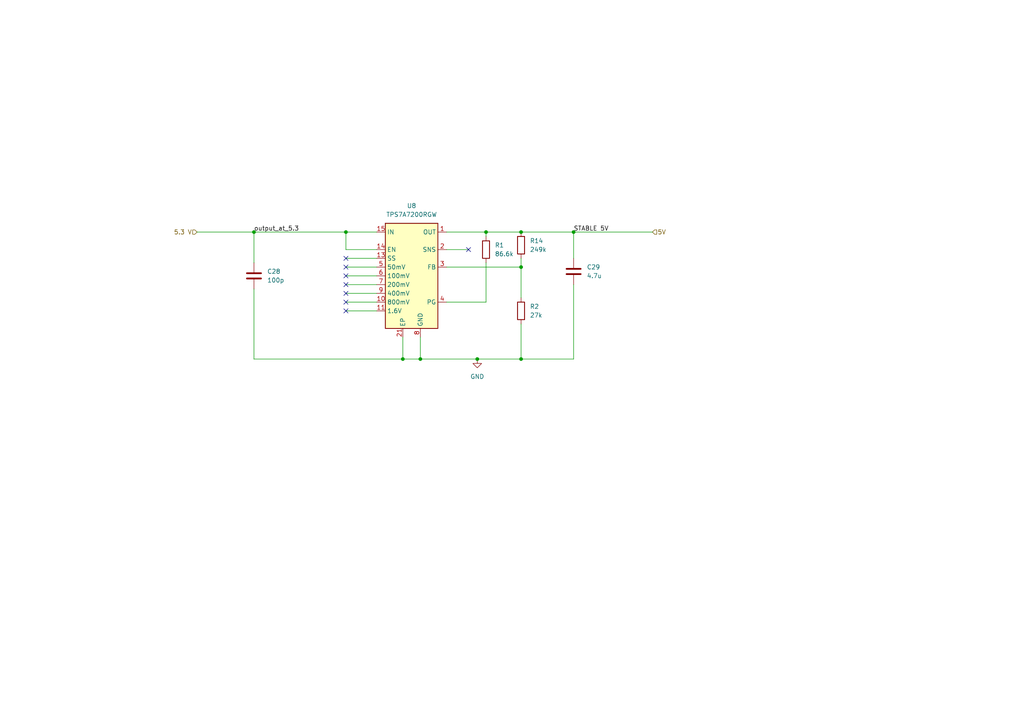
<source format=kicad_sch>
(kicad_sch
	(version 20250114)
	(generator "eeschema")
	(generator_version "9.0")
	(uuid "e4592a04-6a4e-4420-a0a0-ae099f8a1add")
	(paper "A4")
	(lib_symbols
		(symbol "Device:C"
			(pin_numbers
				(hide yes)
			)
			(pin_names
				(offset 0.254)
			)
			(exclude_from_sim no)
			(in_bom yes)
			(on_board yes)
			(property "Reference" "C"
				(at 0.635 2.54 0)
				(effects
					(font
						(size 1.27 1.27)
					)
					(justify left)
				)
			)
			(property "Value" "C"
				(at 0.635 -2.54 0)
				(effects
					(font
						(size 1.27 1.27)
					)
					(justify left)
				)
			)
			(property "Footprint" ""
				(at 0.9652 -3.81 0)
				(effects
					(font
						(size 1.27 1.27)
					)
					(hide yes)
				)
			)
			(property "Datasheet" "~"
				(at 0 0 0)
				(effects
					(font
						(size 1.27 1.27)
					)
					(hide yes)
				)
			)
			(property "Description" "Unpolarized capacitor"
				(at 0 0 0)
				(effects
					(font
						(size 1.27 1.27)
					)
					(hide yes)
				)
			)
			(property "ki_keywords" "cap capacitor"
				(at 0 0 0)
				(effects
					(font
						(size 1.27 1.27)
					)
					(hide yes)
				)
			)
			(property "ki_fp_filters" "C_*"
				(at 0 0 0)
				(effects
					(font
						(size 1.27 1.27)
					)
					(hide yes)
				)
			)
			(symbol "C_0_1"
				(polyline
					(pts
						(xy -2.032 0.762) (xy 2.032 0.762)
					)
					(stroke
						(width 0.508)
						(type default)
					)
					(fill
						(type none)
					)
				)
				(polyline
					(pts
						(xy -2.032 -0.762) (xy 2.032 -0.762)
					)
					(stroke
						(width 0.508)
						(type default)
					)
					(fill
						(type none)
					)
				)
			)
			(symbol "C_1_1"
				(pin passive line
					(at 0 3.81 270)
					(length 2.794)
					(name "~"
						(effects
							(font
								(size 1.27 1.27)
							)
						)
					)
					(number "1"
						(effects
							(font
								(size 1.27 1.27)
							)
						)
					)
				)
				(pin passive line
					(at 0 -3.81 90)
					(length 2.794)
					(name "~"
						(effects
							(font
								(size 1.27 1.27)
							)
						)
					)
					(number "2"
						(effects
							(font
								(size 1.27 1.27)
							)
						)
					)
				)
			)
			(embedded_fonts no)
		)
		(symbol "Device:R"
			(pin_numbers
				(hide yes)
			)
			(pin_names
				(offset 0)
			)
			(exclude_from_sim no)
			(in_bom yes)
			(on_board yes)
			(property "Reference" "R"
				(at 2.032 0 90)
				(effects
					(font
						(size 1.27 1.27)
					)
				)
			)
			(property "Value" "R"
				(at 0 0 90)
				(effects
					(font
						(size 1.27 1.27)
					)
				)
			)
			(property "Footprint" ""
				(at -1.778 0 90)
				(effects
					(font
						(size 1.27 1.27)
					)
					(hide yes)
				)
			)
			(property "Datasheet" "~"
				(at 0 0 0)
				(effects
					(font
						(size 1.27 1.27)
					)
					(hide yes)
				)
			)
			(property "Description" "Resistor"
				(at 0 0 0)
				(effects
					(font
						(size 1.27 1.27)
					)
					(hide yes)
				)
			)
			(property "ki_keywords" "R res resistor"
				(at 0 0 0)
				(effects
					(font
						(size 1.27 1.27)
					)
					(hide yes)
				)
			)
			(property "ki_fp_filters" "R_*"
				(at 0 0 0)
				(effects
					(font
						(size 1.27 1.27)
					)
					(hide yes)
				)
			)
			(symbol "R_0_1"
				(rectangle
					(start -1.016 -2.54)
					(end 1.016 2.54)
					(stroke
						(width 0.254)
						(type default)
					)
					(fill
						(type none)
					)
				)
			)
			(symbol "R_1_1"
				(pin passive line
					(at 0 3.81 270)
					(length 1.27)
					(name "~"
						(effects
							(font
								(size 1.27 1.27)
							)
						)
					)
					(number "1"
						(effects
							(font
								(size 1.27 1.27)
							)
						)
					)
				)
				(pin passive line
					(at 0 -3.81 90)
					(length 1.27)
					(name "~"
						(effects
							(font
								(size 1.27 1.27)
							)
						)
					)
					(number "2"
						(effects
							(font
								(size 1.27 1.27)
							)
						)
					)
				)
			)
			(embedded_fonts no)
		)
		(symbol "Regulator_Linear:TPS7A7200RGW"
			(exclude_from_sim no)
			(in_bom yes)
			(on_board yes)
			(property "Reference" "U"
				(at -6.35 16.51 0)
				(effects
					(font
						(size 1.27 1.27)
					)
				)
			)
			(property "Value" "TPS7A7200RGW"
				(at 3.81 16.51 0)
				(effects
					(font
						(size 1.27 1.27)
					)
				)
			)
			(property "Footprint" "Package_DFN_QFN:Texas_RGW0020A_VQFN-20-1EP_5x5mm_P0.65mm_EP3.15x3.15mm_ThermalVias"
				(at 1.27 19.05 0)
				(effects
					(font
						(size 1.27 1.27)
					)
					(hide yes)
				)
			)
			(property "Datasheet" "http://www.ti.com/lit/ds/symlink/tps7a7200.pdf"
				(at -3.81 12.7 0)
				(effects
					(font
						(size 1.27 1.27)
					)
					(hide yes)
				)
			)
			(property "Description" "2A, Low-Dropout Voltage Regulator, 1.5-6.5V Input, Adjustable 0.9-5V Output, VQFN-20"
				(at 0 0 0)
				(effects
					(font
						(size 1.27 1.27)
					)
					(hide yes)
				)
			)
			(property "ki_keywords" "linear regulator ldo voltage"
				(at 0 0 0)
				(effects
					(font
						(size 1.27 1.27)
					)
					(hide yes)
				)
			)
			(property "ki_fp_filters" "Texas*RGW0020A*"
				(at 0 0 0)
				(effects
					(font
						(size 1.27 1.27)
					)
					(hide yes)
				)
			)
			(symbol "TPS7A7200RGW_0_1"
				(rectangle
					(start -7.62 15.24)
					(end 7.62 -15.24)
					(stroke
						(width 0.254)
						(type default)
					)
					(fill
						(type background)
					)
				)
			)
			(symbol "TPS7A7200RGW_1_1"
				(pin power_in line
					(at -10.16 12.7 0)
					(length 2.54)
					(name "IN"
						(effects
							(font
								(size 1.27 1.27)
							)
						)
					)
					(number "15"
						(effects
							(font
								(size 1.27 1.27)
							)
						)
					)
				)
				(pin passive line
					(at -10.16 12.7 0)
					(length 2.54)
					(hide yes)
					(name "IN"
						(effects
							(font
								(size 1.27 1.27)
							)
						)
					)
					(number "16"
						(effects
							(font
								(size 1.27 1.27)
							)
						)
					)
				)
				(pin passive line
					(at -10.16 12.7 0)
					(length 2.54)
					(hide yes)
					(name "IN"
						(effects
							(font
								(size 1.27 1.27)
							)
						)
					)
					(number "17"
						(effects
							(font
								(size 1.27 1.27)
							)
						)
					)
				)
				(pin input line
					(at -10.16 7.62 0)
					(length 2.54)
					(name "EN"
						(effects
							(font
								(size 1.27 1.27)
							)
						)
					)
					(number "14"
						(effects
							(font
								(size 1.27 1.27)
							)
						)
					)
				)
				(pin input line
					(at -10.16 5.08 0)
					(length 2.54)
					(name "SS"
						(effects
							(font
								(size 1.27 1.27)
							)
						)
					)
					(number "13"
						(effects
							(font
								(size 1.27 1.27)
							)
						)
					)
				)
				(pin input line
					(at -10.16 2.54 0)
					(length 2.54)
					(name "50mV"
						(effects
							(font
								(size 1.27 1.27)
							)
						)
					)
					(number "5"
						(effects
							(font
								(size 1.27 1.27)
							)
						)
					)
				)
				(pin input line
					(at -10.16 0 0)
					(length 2.54)
					(name "100mV"
						(effects
							(font
								(size 1.27 1.27)
							)
						)
					)
					(number "6"
						(effects
							(font
								(size 1.27 1.27)
							)
						)
					)
				)
				(pin input line
					(at -10.16 -2.54 0)
					(length 2.54)
					(name "200mV"
						(effects
							(font
								(size 1.27 1.27)
							)
						)
					)
					(number "7"
						(effects
							(font
								(size 1.27 1.27)
							)
						)
					)
				)
				(pin input line
					(at -10.16 -5.08 0)
					(length 2.54)
					(name "400mV"
						(effects
							(font
								(size 1.27 1.27)
							)
						)
					)
					(number "9"
						(effects
							(font
								(size 1.27 1.27)
							)
						)
					)
				)
				(pin input line
					(at -10.16 -7.62 0)
					(length 2.54)
					(name "800mV"
						(effects
							(font
								(size 1.27 1.27)
							)
						)
					)
					(number "10"
						(effects
							(font
								(size 1.27 1.27)
							)
						)
					)
				)
				(pin input line
					(at -10.16 -10.16 0)
					(length 2.54)
					(name "1.6V"
						(effects
							(font
								(size 1.27 1.27)
							)
						)
					)
					(number "11"
						(effects
							(font
								(size 1.27 1.27)
							)
						)
					)
				)
				(pin no_connect line
					(at -7.62 10.16 0)
					(length 2.54)
					(hide yes)
					(name "NC"
						(effects
							(font
								(size 1.27 1.27)
							)
						)
					)
					(number "12"
						(effects
							(font
								(size 1.27 1.27)
							)
						)
					)
				)
				(pin passive line
					(at -2.54 -17.78 90)
					(length 2.54)
					(name "EP"
						(effects
							(font
								(size 1.27 1.27)
							)
						)
					)
					(number "21"
						(effects
							(font
								(size 1.27 1.27)
							)
						)
					)
				)
				(pin passive line
					(at 2.54 -17.78 90)
					(length 2.54)
					(hide yes)
					(name "GND"
						(effects
							(font
								(size 1.27 1.27)
							)
						)
					)
					(number "18"
						(effects
							(font
								(size 1.27 1.27)
							)
						)
					)
				)
				(pin power_in line
					(at 2.54 -17.78 90)
					(length 2.54)
					(name "GND"
						(effects
							(font
								(size 1.27 1.27)
							)
						)
					)
					(number "8"
						(effects
							(font
								(size 1.27 1.27)
							)
						)
					)
				)
				(pin power_out line
					(at 10.16 12.7 180)
					(length 2.54)
					(name "OUT"
						(effects
							(font
								(size 1.27 1.27)
							)
						)
					)
					(number "1"
						(effects
							(font
								(size 1.27 1.27)
							)
						)
					)
				)
				(pin passive line
					(at 10.16 12.7 180)
					(length 2.54)
					(hide yes)
					(name "OUT"
						(effects
							(font
								(size 1.27 1.27)
							)
						)
					)
					(number "19"
						(effects
							(font
								(size 1.27 1.27)
							)
						)
					)
				)
				(pin passive line
					(at 10.16 12.7 180)
					(length 2.54)
					(hide yes)
					(name "OUT"
						(effects
							(font
								(size 1.27 1.27)
							)
						)
					)
					(number "20"
						(effects
							(font
								(size 1.27 1.27)
							)
						)
					)
				)
				(pin input line
					(at 10.16 7.62 180)
					(length 2.54)
					(name "SNS"
						(effects
							(font
								(size 1.27 1.27)
							)
						)
					)
					(number "2"
						(effects
							(font
								(size 1.27 1.27)
							)
						)
					)
				)
				(pin input line
					(at 10.16 2.54 180)
					(length 2.54)
					(name "FB"
						(effects
							(font
								(size 1.27 1.27)
							)
						)
					)
					(number "3"
						(effects
							(font
								(size 1.27 1.27)
							)
						)
					)
				)
				(pin open_collector line
					(at 10.16 -7.62 180)
					(length 2.54)
					(name "PG"
						(effects
							(font
								(size 1.27 1.27)
							)
						)
					)
					(number "4"
						(effects
							(font
								(size 1.27 1.27)
							)
						)
					)
				)
			)
			(embedded_fonts no)
		)
		(symbol "power:GND"
			(power)
			(pin_numbers
				(hide yes)
			)
			(pin_names
				(offset 0)
				(hide yes)
			)
			(exclude_from_sim no)
			(in_bom yes)
			(on_board yes)
			(property "Reference" "#PWR"
				(at 0 -6.35 0)
				(effects
					(font
						(size 1.27 1.27)
					)
					(hide yes)
				)
			)
			(property "Value" "GND"
				(at 0 -3.81 0)
				(effects
					(font
						(size 1.27 1.27)
					)
				)
			)
			(property "Footprint" ""
				(at 0 0 0)
				(effects
					(font
						(size 1.27 1.27)
					)
					(hide yes)
				)
			)
			(property "Datasheet" ""
				(at 0 0 0)
				(effects
					(font
						(size 1.27 1.27)
					)
					(hide yes)
				)
			)
			(property "Description" "Power symbol creates a global label with name \"GND\" , ground"
				(at 0 0 0)
				(effects
					(font
						(size 1.27 1.27)
					)
					(hide yes)
				)
			)
			(property "ki_keywords" "global power"
				(at 0 0 0)
				(effects
					(font
						(size 1.27 1.27)
					)
					(hide yes)
				)
			)
			(symbol "GND_0_1"
				(polyline
					(pts
						(xy 0 0) (xy 0 -1.27) (xy 1.27 -1.27) (xy 0 -2.54) (xy -1.27 -1.27) (xy 0 -1.27)
					)
					(stroke
						(width 0)
						(type default)
					)
					(fill
						(type none)
					)
				)
			)
			(symbol "GND_1_1"
				(pin power_in line
					(at 0 0 270)
					(length 0)
					(name "~"
						(effects
							(font
								(size 1.27 1.27)
							)
						)
					)
					(number "1"
						(effects
							(font
								(size 1.27 1.27)
							)
						)
					)
				)
			)
			(embedded_fonts no)
		)
	)
	(junction
		(at 151.13 67.31)
		(diameter 0)
		(color 0 0 0 0)
		(uuid "15c52820-4880-40a6-a934-7e45a5138ed7")
	)
	(junction
		(at 151.13 104.14)
		(diameter 0)
		(color 0 0 0 0)
		(uuid "2bf7e154-c9da-4c70-9cd5-499b1afb7751")
	)
	(junction
		(at 116.84 104.14)
		(diameter 0)
		(color 0 0 0 0)
		(uuid "2fb61254-b91c-44d3-9951-5c9ab20d71ca")
	)
	(junction
		(at 138.43 104.14)
		(diameter 0)
		(color 0 0 0 0)
		(uuid "4034b1b6-f418-46df-a0ec-b84c8dd1f8a8")
	)
	(junction
		(at 140.97 67.31)
		(diameter 0)
		(color 0 0 0 0)
		(uuid "463e24cf-f318-49e9-952a-e961ec17c379")
	)
	(junction
		(at 166.37 67.31)
		(diameter 0)
		(color 0 0 0 0)
		(uuid "584eb043-5672-41a8-b32e-900603c568bb")
	)
	(junction
		(at 151.13 77.47)
		(diameter 0)
		(color 0 0 0 0)
		(uuid "859d467d-1339-42c3-a6c4-98739ef43d98")
	)
	(junction
		(at 121.92 104.14)
		(diameter 0)
		(color 0 0 0 0)
		(uuid "b7eea0a7-75e7-4655-93dd-62cf12066fff")
	)
	(junction
		(at 73.66 67.31)
		(diameter 0)
		(color 0 0 0 0)
		(uuid "cdd8f08e-9b67-4165-86ef-231d14eb5468")
	)
	(junction
		(at 100.33 67.31)
		(diameter 0)
		(color 0 0 0 0)
		(uuid "faa3b170-9264-485f-a999-d55c9d39f8e4")
	)
	(no_connect
		(at 100.33 85.09)
		(uuid "10a18c3f-52f0-459d-8217-edd957ae30ae")
	)
	(no_connect
		(at 135.89 72.39)
		(uuid "15686714-0856-4cf6-9f89-e5a59d30a3cf")
	)
	(no_connect
		(at 100.33 74.93)
		(uuid "28dae7a4-8615-42bc-b155-b6e12202d36a")
	)
	(no_connect
		(at 100.33 90.17)
		(uuid "517d273b-9062-4c04-9363-e0b022240874")
	)
	(no_connect
		(at 100.33 87.63)
		(uuid "86eafb6a-2559-4d69-b1e8-e56b454a99ce")
	)
	(no_connect
		(at 100.33 82.55)
		(uuid "9af54b18-94d6-4c83-830d-8c682d6de73f")
	)
	(no_connect
		(at 100.33 77.47)
		(uuid "9ff32a5e-b415-497e-87e6-34e160b1c0c0")
	)
	(no_connect
		(at 100.33 80.01)
		(uuid "fd2894ec-d791-4e58-8a8b-817c0c430c37")
	)
	(wire
		(pts
			(xy 116.84 97.79) (xy 116.84 104.14)
		)
		(stroke
			(width 0)
			(type default)
		)
		(uuid "04fbb444-3b7a-4490-abfa-59563470d2d5")
	)
	(wire
		(pts
			(xy 100.33 87.63) (xy 109.22 87.63)
		)
		(stroke
			(width 0)
			(type default)
		)
		(uuid "05bfdb31-91cf-48f9-b305-f21b712e22a4")
	)
	(wire
		(pts
			(xy 100.33 77.47) (xy 109.22 77.47)
		)
		(stroke
			(width 0)
			(type default)
		)
		(uuid "07dd442f-6925-41ad-876a-bb91f5871269")
	)
	(wire
		(pts
			(xy 166.37 74.93) (xy 166.37 67.31)
		)
		(stroke
			(width 0)
			(type default)
		)
		(uuid "1384897f-0be0-4da1-8a10-aa41d0fdaf7d")
	)
	(wire
		(pts
			(xy 100.33 90.17) (xy 109.22 90.17)
		)
		(stroke
			(width 0)
			(type default)
		)
		(uuid "1926cfd7-aad5-4915-b36d-6042a76adc99")
	)
	(wire
		(pts
			(xy 121.92 97.79) (xy 121.92 104.14)
		)
		(stroke
			(width 0)
			(type default)
		)
		(uuid "1b297ef3-e85a-486c-9a4f-ca120915288d")
	)
	(wire
		(pts
			(xy 151.13 77.47) (xy 151.13 86.36)
		)
		(stroke
			(width 0)
			(type default)
		)
		(uuid "1e46e45b-ed02-44e9-a5db-772c815ca679")
	)
	(wire
		(pts
			(xy 129.54 72.39) (xy 135.89 72.39)
		)
		(stroke
			(width 0)
			(type default)
		)
		(uuid "2fbbd0d0-80ad-4b8c-974b-416c8970094e")
	)
	(wire
		(pts
			(xy 100.33 82.55) (xy 109.22 82.55)
		)
		(stroke
			(width 0)
			(type default)
		)
		(uuid "3bd1ef5f-29e9-4ccd-845c-bff15e943053")
	)
	(wire
		(pts
			(xy 116.84 104.14) (xy 121.92 104.14)
		)
		(stroke
			(width 0)
			(type default)
		)
		(uuid "3c00a287-30fa-4a82-b8ee-f8fb9f32127e")
	)
	(wire
		(pts
			(xy 109.22 72.39) (xy 100.33 72.39)
		)
		(stroke
			(width 0)
			(type default)
		)
		(uuid "436116f9-78e0-4c98-9961-61dbd0c1dbb5")
	)
	(wire
		(pts
			(xy 100.33 80.01) (xy 109.22 80.01)
		)
		(stroke
			(width 0)
			(type default)
		)
		(uuid "4ee1db7b-a0c0-49cd-a5f0-28a3b4e0ac58")
	)
	(wire
		(pts
			(xy 166.37 67.31) (xy 189.23 67.31)
		)
		(stroke
			(width 0)
			(type default)
		)
		(uuid "5ce378aa-bb0b-4aae-9d47-6057701ecb15")
	)
	(wire
		(pts
			(xy 73.66 76.2) (xy 73.66 67.31)
		)
		(stroke
			(width 0)
			(type default)
		)
		(uuid "6d0d5504-4e08-434f-99fc-c65f70d56727")
	)
	(wire
		(pts
			(xy 151.13 77.47) (xy 151.13 74.93)
		)
		(stroke
			(width 0)
			(type default)
		)
		(uuid "731264bd-ae0e-4d56-9601-8bef4b1b2ba8")
	)
	(wire
		(pts
			(xy 73.66 104.14) (xy 116.84 104.14)
		)
		(stroke
			(width 0)
			(type default)
		)
		(uuid "81cba55a-36e1-41cd-953e-251121a3dc72")
	)
	(wire
		(pts
			(xy 57.15 67.31) (xy 73.66 67.31)
		)
		(stroke
			(width 0)
			(type default)
		)
		(uuid "8349c223-2a2e-4aa5-a1e4-bd1542933160")
	)
	(wire
		(pts
			(xy 100.33 85.09) (xy 109.22 85.09)
		)
		(stroke
			(width 0)
			(type default)
		)
		(uuid "90aedf1f-c27b-4b76-9fe9-23a49200334d")
	)
	(wire
		(pts
			(xy 100.33 74.93) (xy 109.22 74.93)
		)
		(stroke
			(width 0)
			(type default)
		)
		(uuid "9fc50878-3061-4c90-911f-424019f00abc")
	)
	(wire
		(pts
			(xy 121.92 104.14) (xy 138.43 104.14)
		)
		(stroke
			(width 0)
			(type default)
		)
		(uuid "a115e014-c1c1-4e45-8dc6-1be3990cdf73")
	)
	(wire
		(pts
			(xy 140.97 87.63) (xy 129.54 87.63)
		)
		(stroke
			(width 0)
			(type default)
		)
		(uuid "a2a544c3-fb1a-46cc-9c85-6cc8bc3f8e7b")
	)
	(wire
		(pts
			(xy 140.97 67.31) (xy 129.54 67.31)
		)
		(stroke
			(width 0)
			(type default)
		)
		(uuid "a875f1e4-7f14-4cc4-96c4-fdac4f4bfdb4")
	)
	(wire
		(pts
			(xy 140.97 68.58) (xy 140.97 67.31)
		)
		(stroke
			(width 0)
			(type default)
		)
		(uuid "adbb4a20-d525-41ab-b379-f54d6c73dc5d")
	)
	(wire
		(pts
			(xy 138.43 104.14) (xy 151.13 104.14)
		)
		(stroke
			(width 0)
			(type default)
		)
		(uuid "af5c6201-9cc0-4a8a-98b0-6f544e780357")
	)
	(wire
		(pts
			(xy 140.97 67.31) (xy 151.13 67.31)
		)
		(stroke
			(width 0)
			(type default)
		)
		(uuid "dd9c12c8-007b-40df-9edb-db2c91e70305")
	)
	(wire
		(pts
			(xy 73.66 83.82) (xy 73.66 104.14)
		)
		(stroke
			(width 0)
			(type default)
		)
		(uuid "dedda605-e92f-4319-8cca-405cdb0a76bb")
	)
	(wire
		(pts
			(xy 129.54 77.47) (xy 151.13 77.47)
		)
		(stroke
			(width 0)
			(type default)
		)
		(uuid "e4780075-3011-4178-9abc-a67222ca5b4f")
	)
	(wire
		(pts
			(xy 140.97 76.2) (xy 140.97 87.63)
		)
		(stroke
			(width 0)
			(type default)
		)
		(uuid "e52f5812-38f9-46a5-a024-9b4976ae2865")
	)
	(wire
		(pts
			(xy 73.66 67.31) (xy 100.33 67.31)
		)
		(stroke
			(width 0)
			(type default)
		)
		(uuid "e5a00e8e-c21c-492f-8e68-61830ba120a0")
	)
	(wire
		(pts
			(xy 100.33 67.31) (xy 109.22 67.31)
		)
		(stroke
			(width 0)
			(type default)
		)
		(uuid "eb81e8c7-84d5-4e78-b22e-075a447b1786")
	)
	(wire
		(pts
			(xy 166.37 104.14) (xy 166.37 82.55)
		)
		(stroke
			(width 0)
			(type default)
		)
		(uuid "f6f4fddd-7457-4074-8524-0663ddf8a933")
	)
	(wire
		(pts
			(xy 100.33 72.39) (xy 100.33 67.31)
		)
		(stroke
			(width 0)
			(type default)
		)
		(uuid "f98e1ad2-862f-4a11-8e94-82be302f1edd")
	)
	(wire
		(pts
			(xy 151.13 104.14) (xy 166.37 104.14)
		)
		(stroke
			(width 0)
			(type default)
		)
		(uuid "fa80816c-5668-4ded-a3a3-3a223a925218")
	)
	(wire
		(pts
			(xy 151.13 93.98) (xy 151.13 104.14)
		)
		(stroke
			(width 0)
			(type default)
		)
		(uuid "fea4876a-83a3-439f-ae4d-0590cdd13c33")
	)
	(wire
		(pts
			(xy 166.37 67.31) (xy 151.13 67.31)
		)
		(stroke
			(width 0)
			(type default)
		)
		(uuid "ff5ef6d6-f268-4969-9afc-8e3ce9dfdee0")
	)
	(label "output_at_5.3"
		(at 73.66 67.31 0)
		(effects
			(font
				(size 1.27 1.27)
			)
			(justify left bottom)
		)
		(uuid "2d94687c-9f44-4a57-83fc-074a8b74274f")
	)
	(label "STABLE 5V"
		(at 166.37 67.31 0)
		(effects
			(font
				(size 1.27 1.27)
			)
			(justify left bottom)
		)
		(uuid "3bc8f62f-3447-4c81-9e97-6f4807e04345")
	)
	(hierarchical_label "5V"
		(shape input)
		(at 189.23 67.31 0)
		(effects
			(font
				(size 1.27 1.27)
			)
			(justify left)
		)
		(uuid "4f6ce3c6-55f7-4b84-9772-0a04127bcf1c")
	)
	(hierarchical_label "5.3 V"
		(shape input)
		(at 57.15 67.31 180)
		(effects
			(font
				(size 1.27 1.27)
			)
			(justify right)
		)
		(uuid "62621c3b-e98c-45fa-8dd1-41dc05bde3ba")
	)
	(symbol
		(lib_id "Device:R")
		(at 140.97 72.39 0)
		(unit 1)
		(exclude_from_sim no)
		(in_bom yes)
		(on_board yes)
		(dnp no)
		(fields_autoplaced yes)
		(uuid "41570742-8198-40e8-8e7a-b319dc1d5612")
		(property "Reference" "R1"
			(at 143.51 71.1199 0)
			(effects
				(font
					(size 1.27 1.27)
				)
				(justify left)
			)
		)
		(property "Value" "86.6k"
			(at 143.51 73.6599 0)
			(effects
				(font
					(size 1.27 1.27)
				)
				(justify left)
			)
		)
		(property "Footprint" "Resistor_SMD:R_0201_0603Metric"
			(at 139.192 72.39 90)
			(effects
				(font
					(size 1.27 1.27)
				)
				(hide yes)
			)
		)
		(property "Datasheet" "~"
			(at 140.97 72.39 0)
			(effects
				(font
					(size 1.27 1.27)
				)
				(hide yes)
			)
		)
		(property "Description" "Resistor"
			(at 140.97 72.39 0)
			(effects
				(font
					(size 1.27 1.27)
				)
				(hide yes)
			)
		)
		(pin "1"
			(uuid "88c1152b-1e27-4185-a6f1-c8fd20b2ee2a")
		)
		(pin "2"
			(uuid "9ac87d48-b015-4f3a-bf57-13cd5fd31450")
		)
		(instances
			(project "N_pulse_emg"
				(path "/b48cfd4a-6c36-4270-b2b4-45cb26e35477/d3d0c541-b92c-4238-952e-04eb50d6c7f0"
					(reference "R1")
					(unit 1)
				)
			)
		)
	)
	(symbol
		(lib_id "Device:R")
		(at 151.13 90.17 0)
		(unit 1)
		(exclude_from_sim no)
		(in_bom yes)
		(on_board yes)
		(dnp no)
		(fields_autoplaced yes)
		(uuid "61e204be-0959-40db-867d-b12604ca60e0")
		(property "Reference" "R2"
			(at 153.67 88.8999 0)
			(effects
				(font
					(size 1.27 1.27)
				)
				(justify left)
			)
		)
		(property "Value" "27k"
			(at 153.67 91.4399 0)
			(effects
				(font
					(size 1.27 1.27)
				)
				(justify left)
			)
		)
		(property "Footprint" "Resistor_SMD:R_0603_1608Metric"
			(at 149.352 90.17 90)
			(effects
				(font
					(size 1.27 1.27)
				)
				(hide yes)
			)
		)
		(property "Datasheet" "~"
			(at 151.13 90.17 0)
			(effects
				(font
					(size 1.27 1.27)
				)
				(hide yes)
			)
		)
		(property "Description" "Resistor"
			(at 151.13 90.17 0)
			(effects
				(font
					(size 1.27 1.27)
				)
				(hide yes)
			)
		)
		(pin "1"
			(uuid "820f0b1e-0969-4203-8065-151d8a4363ae")
		)
		(pin "2"
			(uuid "df0cfda7-a440-4eb2-8f4b-9e26d347f2f9")
		)
		(instances
			(project "N_pulse_emg"
				(path "/b48cfd4a-6c36-4270-b2b4-45cb26e35477/d3d0c541-b92c-4238-952e-04eb50d6c7f0"
					(reference "R2")
					(unit 1)
				)
			)
		)
	)
	(symbol
		(lib_id "power:GND")
		(at 138.43 104.14 0)
		(unit 1)
		(exclude_from_sim no)
		(in_bom yes)
		(on_board yes)
		(dnp no)
		(fields_autoplaced yes)
		(uuid "6ece1552-9383-45eb-9776-83fbb13bb54c")
		(property "Reference" "#PWR010"
			(at 138.43 110.49 0)
			(effects
				(font
					(size 1.27 1.27)
				)
				(hide yes)
			)
		)
		(property "Value" "GND"
			(at 138.43 109.22 0)
			(effects
				(font
					(size 1.27 1.27)
				)
			)
		)
		(property "Footprint" ""
			(at 138.43 104.14 0)
			(effects
				(font
					(size 1.27 1.27)
				)
				(hide yes)
			)
		)
		(property "Datasheet" ""
			(at 138.43 104.14 0)
			(effects
				(font
					(size 1.27 1.27)
				)
				(hide yes)
			)
		)
		(property "Description" "Power symbol creates a global label with name \"GND\" , ground"
			(at 138.43 104.14 0)
			(effects
				(font
					(size 1.27 1.27)
				)
				(hide yes)
			)
		)
		(pin "1"
			(uuid "b39ada99-0e46-4732-946d-217b9b812fed")
		)
		(instances
			(project "N_pulse_emg"
				(path "/b48cfd4a-6c36-4270-b2b4-45cb26e35477/d3d0c541-b92c-4238-952e-04eb50d6c7f0"
					(reference "#PWR010")
					(unit 1)
				)
			)
		)
	)
	(symbol
		(lib_id "Device:R")
		(at 151.13 71.12 0)
		(unit 1)
		(exclude_from_sim no)
		(in_bom yes)
		(on_board yes)
		(dnp no)
		(fields_autoplaced yes)
		(uuid "7251724e-9a58-4b98-9526-ccfd0575c2d7")
		(property "Reference" "R14"
			(at 153.67 69.8499 0)
			(effects
				(font
					(size 1.27 1.27)
				)
				(justify left)
			)
		)
		(property "Value" "249k"
			(at 153.67 72.3899 0)
			(effects
				(font
					(size 1.27 1.27)
				)
				(justify left)
			)
		)
		(property "Footprint" "Resistor_SMD:R_0201_0603Metric"
			(at 149.352 71.12 90)
			(effects
				(font
					(size 1.27 1.27)
				)
				(hide yes)
			)
		)
		(property "Datasheet" "~"
			(at 151.13 71.12 0)
			(effects
				(font
					(size 1.27 1.27)
				)
				(hide yes)
			)
		)
		(property "Description" "Resistor"
			(at 151.13 71.12 0)
			(effects
				(font
					(size 1.27 1.27)
				)
				(hide yes)
			)
		)
		(pin "1"
			(uuid "d22aa86c-af00-498b-9c72-637da9c70241")
		)
		(pin "2"
			(uuid "e86c8923-2e7a-4487-b09b-aefd5ab410c9")
		)
		(instances
			(project "N_pulse_emg"
				(path "/b48cfd4a-6c36-4270-b2b4-45cb26e35477/d3d0c541-b92c-4238-952e-04eb50d6c7f0"
					(reference "R14")
					(unit 1)
				)
			)
		)
	)
	(symbol
		(lib_id "Regulator_Linear:TPS7A7200RGW")
		(at 119.38 80.01 0)
		(unit 1)
		(exclude_from_sim no)
		(in_bom yes)
		(on_board yes)
		(dnp no)
		(uuid "75f6b01c-1ee9-415e-8a79-6e0cdb972036")
		(property "Reference" "U8"
			(at 119.38 59.69 0)
			(effects
				(font
					(size 1.27 1.27)
				)
			)
		)
		(property "Value" "TPS7A7200RGW"
			(at 119.38 62.23 0)
			(effects
				(font
					(size 1.27 1.27)
				)
			)
		)
		(property "Footprint" "Package_DFN_QFN:Texas_RGW0020A_VQFN-20-1EP_5x5mm_P0.65mm_EP3.15x3.15mm_ThermalVias"
			(at 120.65 60.96 0)
			(effects
				(font
					(size 1.27 1.27)
				)
				(hide yes)
			)
		)
		(property "Datasheet" "http://www.ti.com/lit/ds/symlink/tps7a7200.pdf"
			(at 115.57 67.31 0)
			(effects
				(font
					(size 1.27 1.27)
				)
				(hide yes)
			)
		)
		(property "Description" "2A, Low-Dropout Voltage Regulator, 1.5-6.5V Input, Adjustable 0.9-5V Output, VQFN-20"
			(at 119.38 80.01 0)
			(effects
				(font
					(size 1.27 1.27)
				)
				(hide yes)
			)
		)
		(pin "17"
			(uuid "1af3ec57-90c3-486b-9eac-c417fb3dbe67")
		)
		(pin "5"
			(uuid "94639efa-9e38-46a8-a14e-e2e7c6bd61ce")
		)
		(pin "14"
			(uuid "6147d3a5-b651-4704-a197-bd89de44a3a6")
		)
		(pin "18"
			(uuid "e29539fe-eabf-44a8-8cd5-fb5498ab8ca4")
		)
		(pin "1"
			(uuid "bb97ae32-884d-4a50-8110-44949ba5261b")
		)
		(pin "20"
			(uuid "48e30435-2972-4fbe-8eb2-2da868fbae8d")
		)
		(pin "15"
			(uuid "4a4416cc-4f2b-44c1-b670-cab93d6d80b6")
		)
		(pin "16"
			(uuid "4120f218-52fe-49fc-b03b-b7eb8f8e6194")
		)
		(pin "13"
			(uuid "ecbe61bf-2da4-4257-ada7-ac980d40e61a")
		)
		(pin "7"
			(uuid "f6f02a8e-ba9b-4719-bc98-81721193bb13")
		)
		(pin "9"
			(uuid "e0403c01-54ef-4847-813e-b84b332276e9")
		)
		(pin "10"
			(uuid "0782875d-cc14-4546-bd63-d4c72febecbc")
		)
		(pin "11"
			(uuid "8720200b-7431-4fc4-ae0f-de15a2a5e171")
		)
		(pin "12"
			(uuid "cfc3058e-48ae-40e5-8323-95fdc5f23b46")
		)
		(pin "6"
			(uuid "b4983021-ad48-4c1d-a8d3-4087a4b7830a")
		)
		(pin "21"
			(uuid "a89bf94b-e26d-4f95-8073-d232bd8ab0a1")
		)
		(pin "8"
			(uuid "703e6706-806e-43ce-ae8d-fbae8a2913f9")
		)
		(pin "19"
			(uuid "ba951ab8-9b51-4e65-85dc-c87d37a0858e")
		)
		(pin "3"
			(uuid "806126fd-ef39-42e2-9578-7edd67122c37")
		)
		(pin "4"
			(uuid "62a6829d-5dfb-48ed-b043-7e40eb1c4199")
		)
		(pin "2"
			(uuid "61a685ea-769a-45bb-8971-5944da0efbcf")
		)
		(instances
			(project "N_pulse_emg"
				(path "/b48cfd4a-6c36-4270-b2b4-45cb26e35477/d3d0c541-b92c-4238-952e-04eb50d6c7f0"
					(reference "U8")
					(unit 1)
				)
			)
		)
	)
	(symbol
		(lib_id "Device:C")
		(at 73.66 80.01 0)
		(unit 1)
		(exclude_from_sim no)
		(in_bom yes)
		(on_board yes)
		(dnp no)
		(fields_autoplaced yes)
		(uuid "99231083-8b05-47d1-84f1-445a21e27546")
		(property "Reference" "C28"
			(at 77.47 78.7399 0)
			(effects
				(font
					(size 1.27 1.27)
				)
				(justify left)
			)
		)
		(property "Value" "100p"
			(at 77.47 81.2799 0)
			(effects
				(font
					(size 1.27 1.27)
				)
				(justify left)
			)
		)
		(property "Footprint" "Capacitor_SMD:C_0201_0603Metric"
			(at 74.6252 83.82 0)
			(effects
				(font
					(size 1.27 1.27)
				)
				(hide yes)
			)
		)
		(property "Datasheet" "~"
			(at 73.66 80.01 0)
			(effects
				(font
					(size 1.27 1.27)
				)
				(hide yes)
			)
		)
		(property "Description" "Unpolarized capacitor"
			(at 73.66 80.01 0)
			(effects
				(font
					(size 1.27 1.27)
				)
				(hide yes)
			)
		)
		(pin "1"
			(uuid "a730d363-9247-45b3-b911-66006a0db3cd")
		)
		(pin "2"
			(uuid "f20619ec-3e0e-4362-9267-349c16229c86")
		)
		(instances
			(project "N_pulse_emg"
				(path "/b48cfd4a-6c36-4270-b2b4-45cb26e35477/d3d0c541-b92c-4238-952e-04eb50d6c7f0"
					(reference "C28")
					(unit 1)
				)
			)
		)
	)
	(symbol
		(lib_id "Device:C")
		(at 166.37 78.74 0)
		(unit 1)
		(exclude_from_sim no)
		(in_bom yes)
		(on_board yes)
		(dnp no)
		(fields_autoplaced yes)
		(uuid "b4bcf219-58fb-44ec-9a44-e1917172f72b")
		(property "Reference" "C29"
			(at 170.18 77.4699 0)
			(effects
				(font
					(size 1.27 1.27)
				)
				(justify left)
			)
		)
		(property "Value" "4.7u"
			(at 170.18 80.0099 0)
			(effects
				(font
					(size 1.27 1.27)
				)
				(justify left)
			)
		)
		(property "Footprint" "Capacitor_SMD:C_0402_1005Metric"
			(at 167.3352 82.55 0)
			(effects
				(font
					(size 1.27 1.27)
				)
				(hide yes)
			)
		)
		(property "Datasheet" "~"
			(at 166.37 78.74 0)
			(effects
				(font
					(size 1.27 1.27)
				)
				(hide yes)
			)
		)
		(property "Description" "Unpolarized capacitor"
			(at 166.37 78.74 0)
			(effects
				(font
					(size 1.27 1.27)
				)
				(hide yes)
			)
		)
		(pin "1"
			(uuid "317f5b76-8e47-4bae-8fef-05d6ec2738a5")
		)
		(pin "2"
			(uuid "57195da8-3fa4-41e4-a412-58c2adb92550")
		)
		(instances
			(project "N_pulse_emg"
				(path "/b48cfd4a-6c36-4270-b2b4-45cb26e35477/d3d0c541-b92c-4238-952e-04eb50d6c7f0"
					(reference "C29")
					(unit 1)
				)
			)
		)
	)
)

</source>
